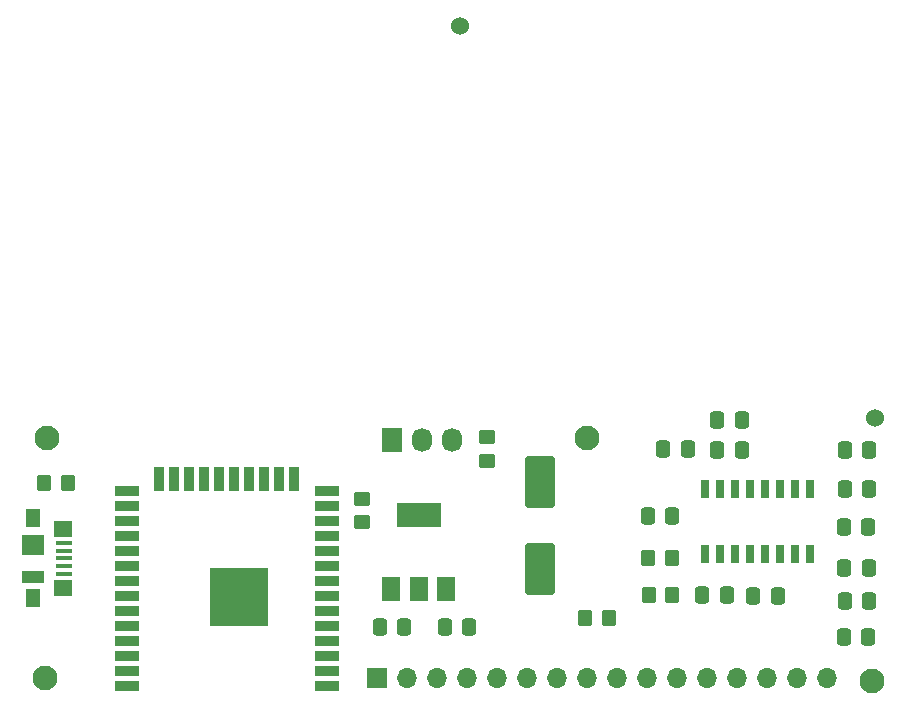
<source format=gts>
%TF.GenerationSoftware,KiCad,Pcbnew,(6.0.7)*%
%TF.CreationDate,2022-11-29T16:33:33-07:00*%
%TF.ProjectId,attiny_rfid_light,61747469-6e79-45f7-9266-69645f6c6967,rev?*%
%TF.SameCoordinates,Original*%
%TF.FileFunction,Soldermask,Top*%
%TF.FilePolarity,Negative*%
%FSLAX46Y46*%
G04 Gerber Fmt 4.6, Leading zero omitted, Abs format (unit mm)*
G04 Created by KiCad (PCBNEW (6.0.7)) date 2022-11-29 16:33:33*
%MOMM*%
%LPD*%
G01*
G04 APERTURE LIST*
G04 Aperture macros list*
%AMRoundRect*
0 Rectangle with rounded corners*
0 $1 Rounding radius*
0 $2 $3 $4 $5 $6 $7 $8 $9 X,Y pos of 4 corners*
0 Add a 4 corners polygon primitive as box body*
4,1,4,$2,$3,$4,$5,$6,$7,$8,$9,$2,$3,0*
0 Add four circle primitives for the rounded corners*
1,1,$1+$1,$2,$3*
1,1,$1+$1,$4,$5*
1,1,$1+$1,$6,$7*
1,1,$1+$1,$8,$9*
0 Add four rect primitives between the rounded corners*
20,1,$1+$1,$2,$3,$4,$5,0*
20,1,$1+$1,$4,$5,$6,$7,0*
20,1,$1+$1,$6,$7,$8,$9,0*
20,1,$1+$1,$8,$9,$2,$3,0*%
G04 Aperture macros list end*
%ADD10RoundRect,0.250000X-0.350000X-0.450000X0.350000X-0.450000X0.350000X0.450000X-0.350000X0.450000X0*%
%ADD11R,1.380000X0.450000*%
%ADD12R,1.900000X1.800000*%
%ADD13R,1.300000X1.650000*%
%ADD14R,1.550000X1.425000*%
%ADD15R,1.900000X1.000000*%
%ADD16R,1.700000X1.700000*%
%ADD17O,1.700000X1.700000*%
%ADD18RoundRect,0.250000X0.337500X0.475000X-0.337500X0.475000X-0.337500X-0.475000X0.337500X-0.475000X0*%
%ADD19RoundRect,0.250000X-1.000000X1.950000X-1.000000X-1.950000X1.000000X-1.950000X1.000000X1.950000X0*%
%ADD20R,1.500000X2.000000*%
%ADD21R,3.800000X2.000000*%
%ADD22C,2.100000*%
%ADD23R,1.730000X2.030000*%
%ADD24O,1.730000X2.030000*%
%ADD25RoundRect,0.250000X-0.337500X-0.475000X0.337500X-0.475000X0.337500X0.475000X-0.337500X0.475000X0*%
%ADD26C,1.524000*%
%ADD27RoundRect,0.250000X0.450000X-0.350000X0.450000X0.350000X-0.450000X0.350000X-0.450000X-0.350000X0*%
%ADD28RoundRect,0.250000X0.350000X0.450000X-0.350000X0.450000X-0.350000X-0.450000X0.350000X-0.450000X0*%
%ADD29R,0.650000X1.550000*%
%ADD30R,2.000000X0.900000*%
%ADD31R,0.900000X2.000000*%
%ADD32R,5.000000X5.000000*%
%ADD33RoundRect,0.250000X-0.450000X0.350000X-0.450000X-0.350000X0.450000X-0.350000X0.450000X0.350000X0*%
G04 APERTURE END LIST*
D10*
X121535500Y-145350400D03*
X119535500Y-145350400D03*
D11*
X70040000Y-140940000D03*
X70040000Y-141590000D03*
X70040000Y-142240000D03*
X70040000Y-142890000D03*
X70040000Y-143540000D03*
D12*
X67380000Y-141090000D03*
D13*
X67380000Y-145615000D03*
X67380000Y-138865000D03*
D14*
X69955000Y-139752500D03*
D15*
X67380000Y-143790000D03*
D14*
X69955000Y-144727500D03*
D16*
X96520000Y-152400000D03*
D17*
X99060000Y-152400000D03*
X101600000Y-152400000D03*
X104140000Y-152400000D03*
X106680000Y-152400000D03*
X109220000Y-152400000D03*
X111760000Y-152400000D03*
X114300000Y-152400000D03*
X116840000Y-152400000D03*
X119380000Y-152400000D03*
X121920000Y-152400000D03*
X124460000Y-152400000D03*
X127000000Y-152400000D03*
X129540000Y-152400000D03*
X132080000Y-152400000D03*
X134620000Y-152400000D03*
D18*
X138129000Y-139624600D03*
X136054000Y-139624600D03*
D19*
X110328300Y-135777400D03*
X110328300Y-143177400D03*
D20*
X97747200Y-144868300D03*
X100047200Y-144868300D03*
D21*
X100047200Y-138568300D03*
D20*
X102347200Y-144868300D03*
D22*
X114300000Y-132080000D03*
D23*
X97765700Y-132243300D03*
D24*
X100305700Y-132243300D03*
X102845700Y-132243300D03*
D22*
X68580000Y-132080000D03*
D25*
X119429700Y-138664100D03*
X121504700Y-138664100D03*
X136122500Y-145825100D03*
X138197500Y-145825100D03*
D26*
X138663196Y-130386600D03*
X103553500Y-97133234D03*
D18*
X98813000Y-148029100D03*
X96738000Y-148029100D03*
D25*
X125313300Y-133036400D03*
X127388300Y-133036400D03*
X102251000Y-148058200D03*
X104326000Y-148058200D03*
X136098000Y-143068800D03*
X138173000Y-143068800D03*
D22*
X138420400Y-152599000D03*
D27*
X95230600Y-139200800D03*
X95230600Y-137200800D03*
D28*
X121498900Y-142213200D03*
X119498900Y-142213200D03*
D25*
X120760600Y-132991800D03*
X122835600Y-132991800D03*
D10*
X114138000Y-147272900D03*
X116138000Y-147272900D03*
D25*
X125316000Y-130527600D03*
X127391000Y-130527600D03*
X124042300Y-145377200D03*
X126117300Y-145377200D03*
D22*
X68400500Y-152358700D03*
D25*
X136117600Y-136378600D03*
X138192600Y-136378600D03*
D29*
X133183500Y-136397000D03*
X131913500Y-136397000D03*
X130643500Y-136397000D03*
X129373500Y-136397000D03*
X128103500Y-136397000D03*
X126833500Y-136397000D03*
X125563500Y-136397000D03*
X124293500Y-136397000D03*
X124293500Y-141847000D03*
X125563500Y-141847000D03*
X126833500Y-141847000D03*
X128103500Y-141847000D03*
X129373500Y-141847000D03*
X130643500Y-141847000D03*
X131913500Y-141847000D03*
X133183500Y-141847000D03*
D18*
X138117900Y-148899500D03*
X136042900Y-148899500D03*
D25*
X128397600Y-145413800D03*
X130472600Y-145413800D03*
D28*
X70362700Y-135902200D03*
X68362700Y-135902200D03*
D25*
X136122500Y-133036400D03*
X138197500Y-133036400D03*
D30*
X92320000Y-153035000D03*
X92320000Y-151765000D03*
X92320000Y-150495000D03*
X92320000Y-149225000D03*
X92320000Y-147955000D03*
X92320000Y-146685000D03*
X92320000Y-145415000D03*
X92320000Y-144145000D03*
X92320000Y-142875000D03*
X92320000Y-141605000D03*
X92320000Y-140335000D03*
X92320000Y-139065000D03*
X92320000Y-137795000D03*
X92320000Y-136525000D03*
D31*
X89535000Y-135525000D03*
X88265000Y-135525000D03*
X86995000Y-135525000D03*
X85725000Y-135525000D03*
X84455000Y-135525000D03*
X83185000Y-135525000D03*
X81915000Y-135525000D03*
X80645000Y-135525000D03*
X79375000Y-135525000D03*
X78105000Y-135525000D03*
D30*
X75320000Y-136525000D03*
X75320000Y-137795000D03*
X75320000Y-139065000D03*
X75320000Y-140335000D03*
X75320000Y-141605000D03*
X75320000Y-142875000D03*
X75320000Y-144145000D03*
X75320000Y-145415000D03*
X75320000Y-146685000D03*
X75320000Y-147955000D03*
X75320000Y-149225000D03*
X75320000Y-150495000D03*
X75320000Y-151765000D03*
X75320000Y-153035000D03*
D32*
X84820000Y-145535000D03*
D33*
X105878000Y-131972200D03*
X105878000Y-133972200D03*
M02*

</source>
